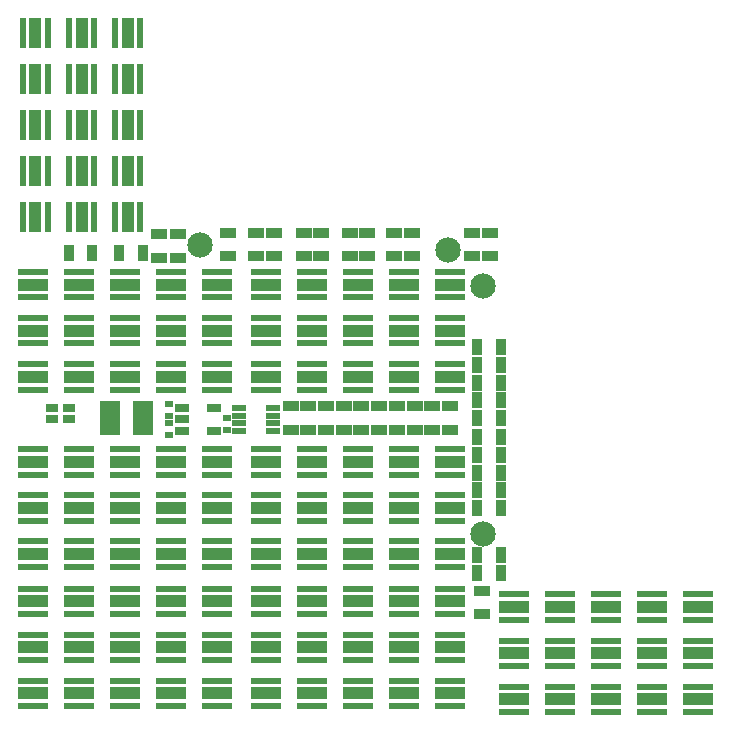
<source format=gts>
G75*
%MOIN*%
%OFA0B0*%
%FSLAX25Y25*%
%IPPOS*%
%LPD*%
%AMOC8*
5,1,8,0,0,1.08239X$1,22.5*
%
%ADD10C,0.08474*%
%ADD11R,0.10443X0.02372*%
%ADD12R,0.10443X0.04143*%
%ADD13R,0.03946X0.03159*%
%ADD14R,0.05718X0.03356*%
%ADD15R,0.03356X0.05718*%
%ADD16R,0.04537X0.01978*%
%ADD17R,0.04537X0.02765*%
%ADD18R,0.02962X0.02175*%
%ADD19R,0.02372X0.10443*%
%ADD20R,0.04143X0.10443*%
%ADD21R,0.07100X0.11600*%
D10*
X0249281Y0174478D03*
X0249281Y0257156D03*
X0237470Y0268967D03*
X0154793Y0270935D03*
D11*
X0099281Y0117096D03*
X0099281Y0125561D03*
X0099281Y0132451D03*
X0099281Y0140915D03*
X0099281Y0147805D03*
X0099281Y0156270D03*
X0099281Y0163553D03*
X0099281Y0172018D03*
X0099281Y0178907D03*
X0099281Y0187372D03*
X0099281Y0194262D03*
X0099281Y0202726D03*
X0114636Y0202726D03*
X0114636Y0194262D03*
X0114636Y0187372D03*
X0114636Y0178907D03*
X0114636Y0172018D03*
X0114636Y0163553D03*
X0114636Y0156270D03*
X0114636Y0147805D03*
X0114636Y0140915D03*
X0114636Y0132451D03*
X0114636Y0125561D03*
X0114636Y0117096D03*
X0129990Y0117096D03*
X0129990Y0125561D03*
X0129990Y0132451D03*
X0129990Y0140915D03*
X0129990Y0147805D03*
X0129990Y0156270D03*
X0129990Y0163553D03*
X0129990Y0172018D03*
X0129990Y0178907D03*
X0129990Y0187372D03*
X0129990Y0194262D03*
X0129990Y0202726D03*
X0145344Y0202726D03*
X0145344Y0194262D03*
X0145344Y0187372D03*
X0145344Y0178907D03*
X0145344Y0172018D03*
X0145344Y0163553D03*
X0145344Y0156270D03*
X0145344Y0147805D03*
X0145344Y0140915D03*
X0145344Y0132451D03*
X0145344Y0125561D03*
X0145344Y0117096D03*
X0160699Y0117096D03*
X0160699Y0125561D03*
X0160699Y0132451D03*
X0160699Y0140915D03*
X0160699Y0147805D03*
X0160699Y0156270D03*
X0160699Y0163553D03*
X0160699Y0172018D03*
X0160699Y0178907D03*
X0160699Y0187372D03*
X0160699Y0194262D03*
X0160699Y0202726D03*
X0176841Y0202726D03*
X0176841Y0194262D03*
X0176841Y0187372D03*
X0176841Y0178907D03*
X0176841Y0172018D03*
X0176841Y0163553D03*
X0176841Y0156270D03*
X0176841Y0147805D03*
X0176841Y0140915D03*
X0176841Y0132451D03*
X0176841Y0125561D03*
X0176841Y0117096D03*
X0192195Y0117096D03*
X0192195Y0125561D03*
X0192195Y0132451D03*
X0192195Y0140915D03*
X0192195Y0147805D03*
X0192195Y0156270D03*
X0192195Y0163553D03*
X0192195Y0172018D03*
X0192195Y0178907D03*
X0192195Y0187372D03*
X0192195Y0194262D03*
X0192195Y0202726D03*
X0207549Y0202726D03*
X0207549Y0194262D03*
X0207549Y0187372D03*
X0207549Y0178907D03*
X0207549Y0172018D03*
X0207549Y0163553D03*
X0207549Y0156270D03*
X0207549Y0147805D03*
X0207549Y0140915D03*
X0207549Y0132451D03*
X0207549Y0125561D03*
X0207549Y0117096D03*
X0222904Y0117096D03*
X0222904Y0125561D03*
X0222904Y0132451D03*
X0222904Y0140915D03*
X0222904Y0147805D03*
X0222904Y0156270D03*
X0222904Y0163553D03*
X0222904Y0172018D03*
X0222904Y0178907D03*
X0222904Y0187372D03*
X0222904Y0194262D03*
X0222904Y0202726D03*
X0238258Y0202726D03*
X0238258Y0194262D03*
X0238258Y0187372D03*
X0238258Y0178907D03*
X0238258Y0172018D03*
X0238258Y0163553D03*
X0238258Y0156270D03*
X0238258Y0147805D03*
X0238258Y0140915D03*
X0238258Y0132451D03*
X0238258Y0125561D03*
X0238258Y0117096D03*
X0259518Y0115128D03*
X0259518Y0123593D03*
X0259518Y0130482D03*
X0259518Y0138947D03*
X0259518Y0145837D03*
X0259518Y0154301D03*
X0274872Y0154301D03*
X0274872Y0145837D03*
X0274872Y0138947D03*
X0274872Y0130482D03*
X0274872Y0123593D03*
X0274872Y0115128D03*
X0290226Y0115128D03*
X0290226Y0123593D03*
X0290226Y0130482D03*
X0290226Y0138947D03*
X0290226Y0145837D03*
X0290226Y0154301D03*
X0305581Y0154301D03*
X0305581Y0145837D03*
X0305581Y0138947D03*
X0305581Y0130482D03*
X0305581Y0123593D03*
X0305581Y0115128D03*
X0320935Y0115128D03*
X0320935Y0123593D03*
X0320935Y0130482D03*
X0320935Y0138947D03*
X0320935Y0145837D03*
X0320935Y0154301D03*
X0238258Y0222608D03*
X0238258Y0231073D03*
X0238258Y0237963D03*
X0238258Y0246427D03*
X0238258Y0253317D03*
X0238258Y0261781D03*
X0222904Y0261781D03*
X0222904Y0253317D03*
X0222904Y0246427D03*
X0222904Y0237963D03*
X0222904Y0231073D03*
X0222904Y0222608D03*
X0207549Y0222608D03*
X0207549Y0231073D03*
X0207549Y0237963D03*
X0207549Y0246427D03*
X0207549Y0253317D03*
X0207549Y0261781D03*
X0192195Y0261781D03*
X0192195Y0253317D03*
X0192195Y0246427D03*
X0192195Y0237963D03*
X0192195Y0231073D03*
X0192195Y0222608D03*
X0176841Y0222608D03*
X0176841Y0231073D03*
X0176841Y0237963D03*
X0176841Y0246427D03*
X0176841Y0253317D03*
X0176841Y0261781D03*
X0160699Y0261781D03*
X0160699Y0253317D03*
X0160699Y0246427D03*
X0160699Y0237963D03*
X0160699Y0231073D03*
X0160699Y0222608D03*
X0145344Y0222608D03*
X0145344Y0231073D03*
X0145344Y0237963D03*
X0145344Y0246427D03*
X0145344Y0253317D03*
X0145344Y0261781D03*
X0129990Y0261781D03*
X0129990Y0253317D03*
X0129990Y0246427D03*
X0129990Y0237963D03*
X0129990Y0231073D03*
X0129990Y0222608D03*
X0114636Y0222608D03*
X0114636Y0231073D03*
X0114636Y0237963D03*
X0114636Y0246427D03*
X0114636Y0253317D03*
X0114636Y0261781D03*
X0099281Y0261781D03*
X0099281Y0253317D03*
X0099281Y0246427D03*
X0099281Y0237963D03*
X0099281Y0231073D03*
X0099281Y0222608D03*
D12*
X0099281Y0226841D03*
X0099281Y0242195D03*
X0099281Y0257549D03*
X0114636Y0257549D03*
X0129990Y0257549D03*
X0129990Y0242195D03*
X0114636Y0242195D03*
X0114636Y0226841D03*
X0129990Y0226841D03*
X0145344Y0226841D03*
X0145344Y0242195D03*
X0160699Y0242195D03*
X0160699Y0226841D03*
X0176841Y0226841D03*
X0176841Y0242195D03*
X0192195Y0242195D03*
X0207549Y0242195D03*
X0207549Y0226841D03*
X0192195Y0226841D03*
X0192195Y0198494D03*
X0207549Y0198494D03*
X0207549Y0183140D03*
X0192195Y0183140D03*
X0176841Y0183140D03*
X0176841Y0198494D03*
X0160699Y0198494D03*
X0160699Y0183140D03*
X0145344Y0183140D03*
X0145344Y0198494D03*
X0129990Y0198494D03*
X0114636Y0198494D03*
X0114636Y0183140D03*
X0129990Y0183140D03*
X0129990Y0167785D03*
X0114636Y0167785D03*
X0099281Y0167785D03*
X0099281Y0183140D03*
X0099281Y0198494D03*
X0099281Y0152037D03*
X0099281Y0136683D03*
X0099281Y0121329D03*
X0114636Y0121329D03*
X0129990Y0121329D03*
X0129990Y0136683D03*
X0114636Y0136683D03*
X0114636Y0152037D03*
X0129990Y0152037D03*
X0145344Y0152037D03*
X0145344Y0136683D03*
X0160699Y0136683D03*
X0160699Y0152037D03*
X0160699Y0167785D03*
X0145344Y0167785D03*
X0176841Y0167785D03*
X0192195Y0167785D03*
X0207549Y0167785D03*
X0222904Y0167785D03*
X0238258Y0167785D03*
X0238258Y0183140D03*
X0238258Y0198494D03*
X0222904Y0198494D03*
X0222904Y0183140D03*
X0222904Y0152037D03*
X0238258Y0152037D03*
X0238258Y0136683D03*
X0222904Y0136683D03*
X0222904Y0121329D03*
X0238258Y0121329D03*
X0259518Y0119360D03*
X0259518Y0134715D03*
X0259518Y0150069D03*
X0274872Y0150069D03*
X0290226Y0150069D03*
X0290226Y0134715D03*
X0274872Y0134715D03*
X0274872Y0119360D03*
X0290226Y0119360D03*
X0305581Y0119360D03*
X0320935Y0119360D03*
X0320935Y0134715D03*
X0305581Y0134715D03*
X0305581Y0150069D03*
X0320935Y0150069D03*
X0238258Y0226841D03*
X0238258Y0242195D03*
X0222904Y0242195D03*
X0222904Y0226841D03*
X0222904Y0257549D03*
X0238258Y0257549D03*
X0207549Y0257549D03*
X0192195Y0257549D03*
X0176841Y0257549D03*
X0160699Y0257549D03*
X0145344Y0257549D03*
X0176841Y0152037D03*
X0176841Y0136683D03*
X0192195Y0136683D03*
X0207549Y0136683D03*
X0207549Y0152037D03*
X0192195Y0152037D03*
X0192195Y0121329D03*
X0207549Y0121329D03*
X0176841Y0121329D03*
X0160699Y0121329D03*
X0145344Y0121329D03*
D13*
X0111191Y0212955D03*
X0111191Y0216309D03*
X0105679Y0216309D03*
X0105679Y0212955D03*
D14*
X0141407Y0266604D03*
X0147707Y0266604D03*
X0147707Y0274478D03*
X0141407Y0274478D03*
X0164242Y0274872D03*
X0164242Y0266998D03*
X0173691Y0266998D03*
X0179596Y0266998D03*
X0179596Y0274872D03*
X0173691Y0274872D03*
X0189439Y0274872D03*
X0195344Y0274872D03*
X0195344Y0266998D03*
X0189439Y0266998D03*
X0204793Y0266998D03*
X0210699Y0266998D03*
X0210699Y0274872D03*
X0204793Y0274872D03*
X0219754Y0274872D03*
X0225659Y0274872D03*
X0225659Y0266998D03*
X0219754Y0266998D03*
X0245541Y0266998D03*
X0251447Y0266998D03*
X0251447Y0274872D03*
X0245541Y0274872D03*
X0238258Y0216998D03*
X0232352Y0216998D03*
X0232352Y0209124D03*
X0238258Y0209124D03*
X0226447Y0209124D03*
X0220541Y0209124D03*
X0214636Y0209124D03*
X0214636Y0216998D03*
X0220541Y0216998D03*
X0226447Y0216998D03*
X0208730Y0216998D03*
X0202825Y0216998D03*
X0196919Y0216998D03*
X0196919Y0209124D03*
X0202825Y0209124D03*
X0208730Y0209124D03*
X0191014Y0209124D03*
X0185108Y0209124D03*
X0185108Y0216998D03*
X0191014Y0216998D03*
X0248888Y0155581D03*
X0248888Y0147707D03*
D15*
X0247313Y0161486D03*
X0247313Y0167392D03*
X0255187Y0167392D03*
X0255187Y0161486D03*
X0255187Y0183140D03*
X0255187Y0189045D03*
X0255187Y0194951D03*
X0255187Y0200856D03*
X0255187Y0206762D03*
X0255187Y0213061D03*
X0255187Y0218967D03*
X0255187Y0224872D03*
X0255187Y0230778D03*
X0255187Y0236683D03*
X0247313Y0236683D03*
X0247313Y0230778D03*
X0247313Y0224872D03*
X0247313Y0218967D03*
X0247313Y0213061D03*
X0247313Y0206762D03*
X0247313Y0200856D03*
X0247313Y0194951D03*
X0247313Y0189045D03*
X0247313Y0183140D03*
X0135896Y0268179D03*
X0128022Y0268179D03*
X0118967Y0268179D03*
X0111093Y0268179D03*
D16*
X0167982Y0216506D03*
X0167982Y0213947D03*
X0167982Y0211388D03*
X0167982Y0208829D03*
X0179400Y0208829D03*
X0179400Y0211388D03*
X0179400Y0213947D03*
X0179400Y0216506D03*
D17*
X0159715Y0216407D03*
X0159715Y0208927D03*
X0149085Y0208927D03*
X0149085Y0212667D03*
X0149085Y0216407D03*
D18*
X0144557Y0217917D03*
X0144557Y0213717D03*
X0144557Y0211618D03*
X0144557Y0207418D03*
X0163848Y0208993D03*
X0163848Y0213193D03*
D19*
X0135010Y0279990D03*
X0126545Y0279990D03*
X0119656Y0279990D03*
X0111191Y0279990D03*
X0104301Y0279990D03*
X0095837Y0279990D03*
X0095837Y0295344D03*
X0104301Y0295344D03*
X0111191Y0295344D03*
X0119656Y0295344D03*
X0126545Y0295344D03*
X0135010Y0295344D03*
X0135010Y0310699D03*
X0126545Y0310699D03*
X0119656Y0310699D03*
X0111191Y0310699D03*
X0104301Y0310699D03*
X0095837Y0310699D03*
X0095837Y0326053D03*
X0104301Y0326053D03*
X0111191Y0326053D03*
X0119656Y0326053D03*
X0126545Y0326053D03*
X0135010Y0326053D03*
X0135010Y0341407D03*
X0126545Y0341407D03*
X0119656Y0341407D03*
X0111191Y0341407D03*
X0104301Y0341407D03*
X0095837Y0341407D03*
D20*
X0100069Y0341407D03*
X0100069Y0326053D03*
X0100069Y0310699D03*
X0115423Y0310699D03*
X0115423Y0326053D03*
X0115423Y0341407D03*
X0130778Y0341407D03*
X0130778Y0326053D03*
X0130778Y0310699D03*
X0130778Y0295344D03*
X0130778Y0279990D03*
X0115423Y0279990D03*
X0115423Y0295344D03*
X0100069Y0295344D03*
X0100069Y0279990D03*
D21*
X0124884Y0213061D03*
X0135884Y0213061D03*
M02*

</source>
